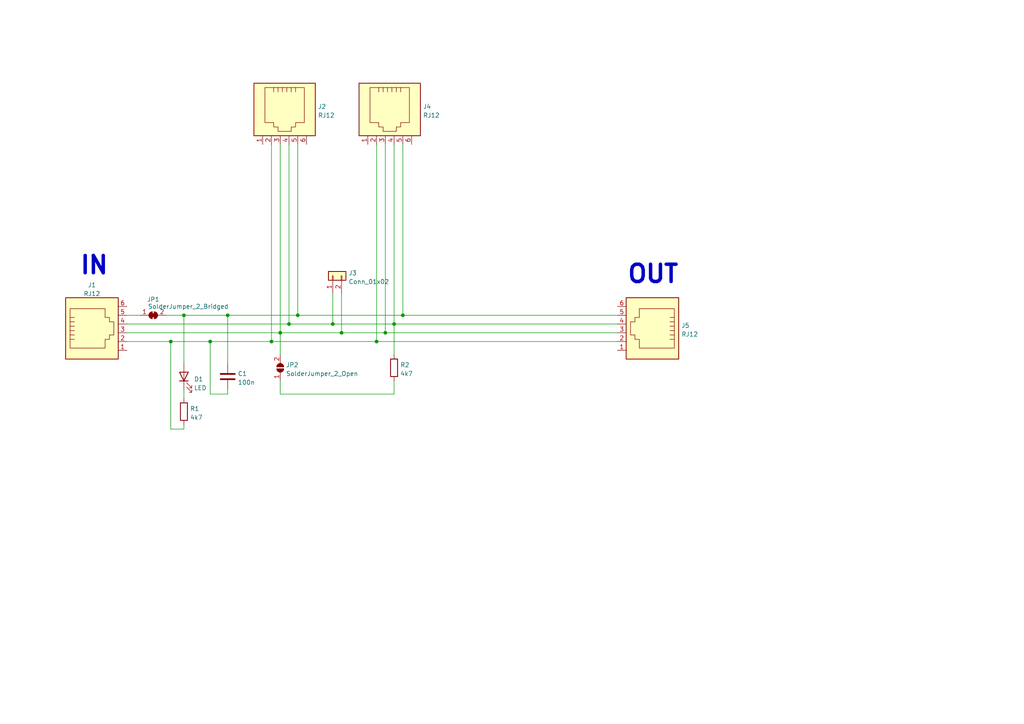
<source format=kicad_sch>
(kicad_sch (version 20211123) (generator eeschema)
  (paper "A4")
  (lib_symbols
    (symbol "Connector:RJ12" (pin_names (offset 1.016))
      (property "Reference" "J" (at -5.08 11.43 0))
      (property "Value" "RJ12" (at 2.54 11.43 0))
      (symbol "RJ12_0_1"
        (polyline (pts (xy -6.35 -1.905) (xy -5.08 -1.905) (xy -5.08 -1.905)))
        (polyline (pts (xy -6.35 -0.635) (xy -5.08 -0.635) (xy -5.08 -0.635)))
        (polyline (pts (xy -6.35 0.635) (xy -5.08 0.635) (xy -5.08 0.635)))
        (polyline (pts (xy -6.35 1.905) (xy -5.08 1.905) (xy -5.08 1.905)))
        (polyline (pts (xy -6.35 3.175) (xy -5.08 3.175) (xy -5.08 3.175)))
        (polyline (pts (xy -5.08 4.445) (xy -6.35 4.445) (xy -6.35 4.445)))
        (polyline (pts (xy -6.35 -4.445) (xy -6.35 6.985) (xy 3.81 6.985) (xy 3.81 4.445) (xy 5.08 4.445) (xy 5.08 3.175) (xy 6.35 3.175) (xy 6.35 -0.635) (xy 5.08 -0.635) (xy 5.08 -1.905) (xy 3.81 -1.905) (xy 3.81 -4.445) (xy -6.35 -4.445) (xy -6.35 -4.445)))
        (rectangle (start 7.62 10.16) (end -7.62 -7.62) (stroke (width 0.254)) (fill (type background)))
      )
      (symbol "RJ12_1_1"
        (pin passive line (at 10.16 -5.08 180) (length 2.54) (name "~") (number "1"))
        (pin passive line (at 10.16 -2.54 180) (length 2.54) (name "~") (number "2"))
        (pin passive line (at 10.16 0 180) (length 2.54) (name "~") (number "3"))
        (pin passive line (at 10.16 2.54 180) (length 2.54) (name "~") (number "4"))
        (pin passive line (at 10.16 5.08 180) (length 2.54) (name "~") (number "5"))
        (pin passive line (at 10.16 7.62 180) (length 2.54) (name "~") (number "6"))
      )
    )
    (symbol "Connector_Generic:Conn_01x02" (pin_names (offset 1.016) hide)
      (property "Reference" "J" (at 0 2.54 0))
      (property "Value" "Conn_01x02" (at 0 -5.08 0))
      (symbol "Conn_01x02_1_1"
        (rectangle (start -1.27 -2.413) (end 0 -2.667) (stroke (width 0.1524)))
        (rectangle (start -1.27 0.127) (end 0 -0.127) (stroke (width 0.1524)))
        (rectangle (start -1.27 1.27) (end 1.27 -3.81) (stroke (width 0.254)) (fill (type background)))
        (pin passive line (at -5.08 0 0) (length 3.81) (name "Pin_1") (number "1"))
        (pin passive line (at -5.08 -2.54 0) (length 3.81) (name "Pin_2") (number "2"))
      )
    )
    (symbol "Device:C" (pin_numbers hide) (pin_names (offset 0.254))
      (property "Reference" "C" (at 0.635 2.54 0))
      (property "Value" "C" (at 0.635 -2.54 0))
      (symbol "C_0_1"
        (polyline (pts (xy -2.032 -0.762) (xy 2.032 -0.762)) (stroke (width 0.508)))
        (polyline (pts (xy -2.032 0.762) (xy 2.032 0.762)) (stroke (width 0.508)))
      )
      (symbol "C_1_1"
        (pin passive line (at 0 3.81 270) (length 2.794) (name "~") (number "1"))
        (pin passive line (at 0 -3.81 90) (length 2.794) (name "~") (number "2"))
      )
    )
    (symbol "Device:LED" (pin_numbers hide) (pin_names (offset 1.016) hide)
      (property "Reference" "D" (at 0 2.54 0))
      (property "Value" "LED" (at 0 -2.54 0))
      (symbol "LED_0_1"
        (polyline (pts (xy -1.27 -1.27) (xy -1.27 1.27)) (stroke (width 0.254)))
        (polyline (pts (xy -1.27 0) (xy 1.27 0)))
        (polyline (pts (xy 1.27 -1.27) (xy 1.27 1.27) (xy -1.27 0) (xy 1.27 -1.27)) (stroke (width 0.254)))
        (polyline (pts (xy -3.048 -0.762) (xy -4.572 -2.286) (xy -3.81 -2.286) (xy -4.572 -2.286) (xy -4.572 -1.524)))
        (polyline (pts (xy -1.778 -0.762) (xy -3.302 -2.286) (xy -2.54 -2.286) (xy -3.302 -2.286) (xy -3.302 -1.524)))
      )
      (symbol "LED_1_1"
        (pin passive line (at -3.81 0 0) (length 2.54) (name "K") (number "1"))
        (pin passive line (at 3.81 0 180) (length 2.54) (name "A") (number "2"))
      )
    )
    (symbol "Device:R" (pin_numbers hide) (pin_names (offset 0))
      (property "Reference" "R" (at 2.032 0 90))
      (property "Value" "R" (at 0 0 90))
      (symbol "R_0_1"
        (rectangle (start -1.016 -2.54) (end 1.016 2.54) (stroke (width 0.254)))
      )
      (symbol "R_1_1"
        (pin passive line (at 0 3.81 270) (length 1.27) (name "~") (number "1"))
        (pin passive line (at 0 -3.81 90) (length 1.27) (name "~") (number "2"))
      )
    )
    (symbol "Jumper:SolderJumper_2_Bridged" (pin_names (offset 0) hide)
      (property "Reference" "JP" (at 0 2.032 0))
      (property "Value" "SolderJumper_2_Bridged" (at 0 -2.54 0))
      (symbol "SolderJumper_2_Bridged_0_1"
        (rectangle (start -0.508 0.508) (end 0.508 -0.508) (fill (type outline)))
        (arc (start -0.254 1.016) (mid -1.27 0) (end -0.254 -1.016))
        (arc (start -0.254 1.016) (mid -1.27 0) (end -0.254 -1.016) (fill (type outline)))
        (polyline (pts (xy -0.254 1.016) (xy -0.254 -1.016)))
        (polyline (pts (xy 0.254 1.016) (xy 0.254 -1.016)))
        (arc (start 0.254 -1.016) (mid 1.27 0) (end 0.254 1.016))
        (arc (start 0.254 -1.016) (mid 1.27 0) (end 0.254 1.016) (fill (type outline)))
      )
      (symbol "SolderJumper_2_Bridged_1_1"
        (pin passive line (at -3.81 0 0) (length 2.54) (name "A") (number "1"))
        (pin passive line (at 3.81 0 180) (length 2.54) (name "B") (number "2"))
      )
    )
    (symbol "Jumper:SolderJumper_2_Open" (pin_names (offset 0) hide)
      (property "Reference" "JP" (at 0 2.032 0))
      (property "Value" "SolderJumper_2_Open" (at 0 -2.54 0))
      (symbol "SolderJumper_2_Open_0_1"
        (arc (start -0.254 1.016) (mid -1.27 0) (end -0.254 -1.016))
        (arc (start -0.254 1.016) (mid -1.27 0) (end -0.254 -1.016) (fill (type outline)))
        (polyline (pts (xy -0.254 1.016) (xy -0.254 -1.016)))
        (polyline (pts (xy 0.254 1.016) (xy 0.254 -1.016)))
        (arc (start 0.254 -1.016) (mid 1.27 0) (end 0.254 1.016))
        (arc (start 0.254 -1.016) (mid 1.27 0) (end 0.254 1.016) (fill (type outline)))
      )
      (symbol "SolderJumper_2_Open_1_1"
        (pin passive line (at -3.81 0 0) (length 2.54) (name "A") (number "1"))
        (pin passive line (at 3.81 0 180) (length 2.54) (name "B") (number "2"))
      )
    )
  )
  (junction (at 81.28 96.52))
  (junction (at 116.84 91.44))
  (junction (at 83.82 93.98))
  (junction (at 109.22 99.06))
  (junction (at 49.53 99.06))
  (junction (at 86.36 91.44))
  (junction (at 114.3 93.98))
  (junction (at 53.34 91.44))
  (junction (at 60.96 99.06))
  (junction (at 96.52 93.98))
  (junction (at 78.74 99.06))
  (junction (at 99.06 96.52))
  (junction (at 111.76 96.52))
  (junction (at 66.04 91.44))
  (wire (pts (xy 114.3 93.98) (xy 114.3 102.87)))
  (wire (pts (xy 96.52 93.98) (xy 114.3 93.98)))
  (wire (pts (xy 36.83 99.06) (xy 49.53 99.06)))
  (wire (pts (xy 81.28 41.91) (xy 81.28 96.52)))
  (wire (pts (xy 109.22 41.91) (xy 109.22 99.06)))
  (wire (pts (xy 60.96 99.06) (xy 60.96 114.3)))
  (wire (pts (xy 48.26 91.44) (xy 53.34 91.44)))
  (wire (pts (xy 114.3 114.3) (xy 81.28 114.3)))
  (wire (pts (xy 114.3 110.49) (xy 114.3 114.3)))
  (wire (pts (xy 53.34 123.19) (xy 53.34 124.46)))
  (wire (pts (xy 81.28 96.52) (xy 99.06 96.52)))
  (wire (pts (xy 111.76 96.52) (xy 179.07 96.52)))
  (wire (pts (xy 66.04 91.44) (xy 86.36 91.44)))
  (wire (pts (xy 111.76 41.91) (xy 111.76 96.52)))
  (wire (pts (xy 116.84 41.91) (xy 116.84 91.44)))
  (wire (pts (xy 81.28 96.52) (xy 81.28 102.87)))
  (wire (pts (xy 109.22 99.06) (xy 179.07 99.06)))
  (wire (pts (xy 78.74 99.06) (xy 109.22 99.06)))
  (wire (pts (xy 36.83 93.98) (xy 83.82 93.98)))
  (wire (pts (xy 86.36 91.44) (xy 116.84 91.44)))
  (wire (pts (xy 66.04 114.3) (xy 66.04 113.03)))
  (wire (pts (xy 78.74 41.91) (xy 78.74 99.06)))
  (wire (pts (xy 83.82 93.98) (xy 96.52 93.98)))
  (wire (pts (xy 60.96 99.06) (xy 78.74 99.06)))
  (wire (pts (xy 53.34 124.46) (xy 49.53 124.46)))
  (wire (pts (xy 86.36 41.91) (xy 86.36 91.44)))
  (wire (pts (xy 114.3 93.98) (xy 179.07 93.98)))
  (wire (pts (xy 66.04 91.44) (xy 66.04 105.41)))
  (wire (pts (xy 96.52 85.09) (xy 96.52 93.98)))
  (wire (pts (xy 114.3 41.91) (xy 114.3 93.98)))
  (wire (pts (xy 81.28 114.3) (xy 81.28 110.49)))
  (wire (pts (xy 49.53 99.06) (xy 60.96 99.06)))
  (wire (pts (xy 49.53 124.46) (xy 49.53 99.06)))
  (wire (pts (xy 83.82 41.91) (xy 83.82 93.98)))
  (wire (pts (xy 99.06 96.52) (xy 111.76 96.52)))
  (wire (pts (xy 116.84 91.44) (xy 179.07 91.44)))
  (wire (pts (xy 53.34 113.03) (xy 53.34 115.57)))
  (wire (pts (xy 36.83 96.52) (xy 81.28 96.52)))
  (wire (pts (xy 60.96 114.3) (xy 66.04 114.3)))
  (wire (pts (xy 53.34 91.44) (xy 53.34 105.41)))
  (wire (pts (xy 36.83 91.44) (xy 40.64 91.44)))
  (wire (pts (xy 53.34 91.44) (xy 66.04 91.44)))
  (wire (pts (xy 99.06 85.09) (xy 99.06 96.52)))
  (text "OUT" (at 181.61 82.55 0) (effects (font (size 5 5) (thickness 1) bold) (justify left bottom)))
  (text "IN" (at 22.86 80.01 0) (effects (font (size 5 5) (thickness 1) bold) (justify left bottom)))
  (symbol (lib_id "Connector:RJ12") (at 111.76 31.75 270) (unit 1)
    (property "Reference" "J4" (at 122.682 30.9153 90) (effects (justify left)))
    (property "Value" "RJ12" (at 122.682 33.4522 90) (effects (justify left)))
  )
  (symbol (lib_id "Device:R") (at 53.34 119.38 0) (unit 1)
    (property "Reference" "R1" (at 55.118 118.5453 0) (effects (justify left)))
    (property "Value" "4k7" (at 55.118 121.0822 0) (effects (justify left)))
    (property "Footprint" "Resistor_SMD:R_0805_2012Metric" (effects hide))
  )
  (symbol (lib_id "Device:R") (at 114.3 106.68 0) (unit 1)
    (property "Reference" "R2" (at 116.078 105.8453 0) (effects (justify left)))
    (property "Value" "4k7" (at 116.078 108.3822 0) (effects (justify left)))
    (property "Footprint" "Resistor_SMD:R_0805_2012Metric" (effects hide))
  )
  (symbol (lib_id "Device:LED") (at 53.34 109.22 90) (unit 1)
    (property "Reference" "D1" (at 56.261 109.9728 90) (effects (justify right)))
    (property "Value" "LED" (at 56.261 112.5097 90) (effects (justify right)))
    (property "Footprint" "LED_THT:LED_D3.0mm_Clear" (effects hide))
  )
  (symbol (lib_id "Jumper:SolderJumper_2_Open") (at 81.28 106.68 270) (mirror x) (unit 1)
    (property "Reference" "JP2" (at 82.931 105.8453 90) (effects (justify left)))
    (property "Value" "SolderJumper_2_Open" (at 82.931 108.3822 90) (effects (justify left)))
    (property "Footprint" "Jumper:SolderJumper-2_P1.3mm_Open_RoundedPad1.0x1.5mm" (effects hide))
  )
  (symbol (lib_id "Device:C") (at 66.04 109.22 0) (unit 1)
    (property "Reference" "C1" (at 68.961 108.3853 0) (effects (justify left)))
    (property "Value" "100n" (at 68.961 110.9222 0) (effects (justify left)))
    (property "Footprint" "Capacitor_SMD:C_0805_2012Metric" (effects hide))
  )
  (symbol (lib_id "Jumper:SolderJumper_2_Bridged") (at 44.45 91.44 0) (unit 1)
    (property "Reference" "JP1" (at 44.45 86.8512 0))
    (property "Value" "SolderJumper_2_Bridged" (at 54.61 88.9 0))
    (property "Footprint" "Jumper:SolderJumper-2_P1.3mm_Bridged_RoundedPad1.0x1.5mm" (effects hide))
  )
  (symbol (lib_id "Connector_Generic:Conn_01x02") (at 96.52 80.01 90) (unit 1)
    (property "Reference" "J3" (at 101.092 79.1753 90) (effects (justify right)))
    (property "Value" "Conn_01x02" (at 101.092 81.7122 90) (effects (justify right)))
    (property "Footprint" "Connector_PinSocket_2.54mm:PinSocket_1x02_P2.54mm_Vertical" (effects hide))
  )
  (symbol (lib_id "Connector:RJ12") (at 189.23 96.52 0) (mirror y) (unit 1)
    (property "Reference" "J5" (at 197.612 94.4153 0) (effects (justify right)))
    (property "Value" "RJ12" (at 197.612 96.9522 0) (effects (justify right)))
  )
  (symbol (lib_id "Connector:RJ12") (at 26.67 96.52 0) (unit 1)
    (property "Reference" "J1" (at 26.67 82.6602 0))
    (property "Value" "RJ12" (at 26.67 85.1971 0))
  )
  (symbol (lib_id "Connector:RJ12") (at 81.28 31.75 270) (unit 1)
    (property "Reference" "J2" (at 92.202 30.9153 90) (effects (justify left)))
    (property "Value" "RJ12" (at 92.202 33.4522 90) (effects (justify left)))
  )
)
</source>
